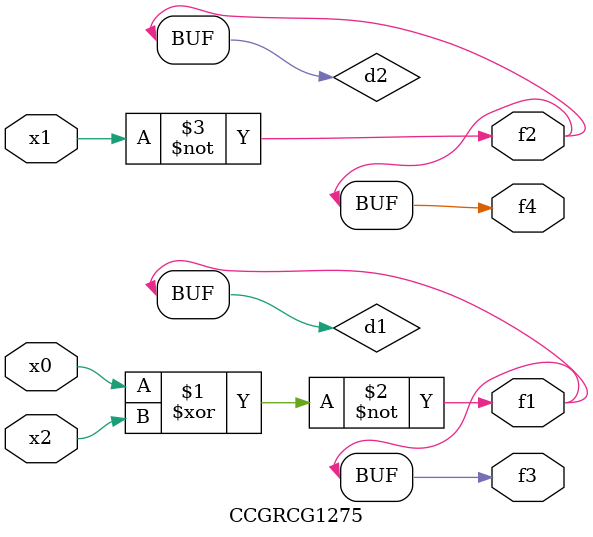
<source format=v>
module CCGRCG1275(
	input x0, x1, x2,
	output f1, f2, f3, f4
);

	wire d1, d2, d3;

	xnor (d1, x0, x2);
	nand (d2, x1);
	nor (d3, x1, x2);
	assign f1 = d1;
	assign f2 = d2;
	assign f3 = d1;
	assign f4 = d2;
endmodule

</source>
